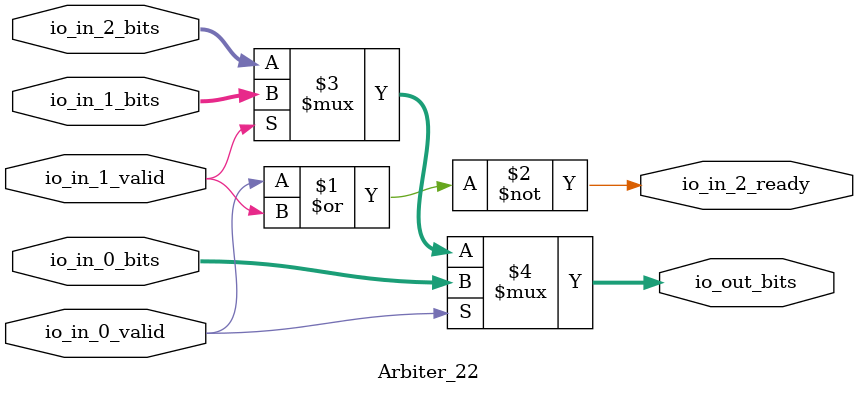
<source format=sv>
`ifndef RANDOMIZE
  `ifdef RANDOMIZE_REG_INIT
    `define RANDOMIZE
  `endif // RANDOMIZE_REG_INIT
`endif // not def RANDOMIZE
`ifndef RANDOMIZE
  `ifdef RANDOMIZE_MEM_INIT
    `define RANDOMIZE
  `endif // RANDOMIZE_MEM_INIT
`endif // not def RANDOMIZE

`ifndef RANDOM
  `define RANDOM $random
`endif // not def RANDOM

// Users can define 'PRINTF_COND' to add an extra gate to prints.
`ifndef PRINTF_COND_
  `ifdef PRINTF_COND
    `define PRINTF_COND_ (`PRINTF_COND)
  `else  // PRINTF_COND
    `define PRINTF_COND_ 1
  `endif // PRINTF_COND
`endif // not def PRINTF_COND_

// Users can define 'ASSERT_VERBOSE_COND' to add an extra gate to assert error printing.
`ifndef ASSERT_VERBOSE_COND_
  `ifdef ASSERT_VERBOSE_COND
    `define ASSERT_VERBOSE_COND_ (`ASSERT_VERBOSE_COND)
  `else  // ASSERT_VERBOSE_COND
    `define ASSERT_VERBOSE_COND_ 1
  `endif // ASSERT_VERBOSE_COND
`endif // not def ASSERT_VERBOSE_COND_

// Users can define 'STOP_COND' to add an extra gate to stop conditions.
`ifndef STOP_COND_
  `ifdef STOP_COND
    `define STOP_COND_ (`STOP_COND)
  `else  // STOP_COND
    `define STOP_COND_ 1
  `endif // STOP_COND
`endif // not def STOP_COND_

// Users can define INIT_RANDOM as general code that gets injected into the
// initializer block for modules with registers.
`ifndef INIT_RANDOM
  `define INIT_RANDOM
`endif // not def INIT_RANDOM

// If using random initialization, you can also define RANDOMIZE_DELAY to
// customize the delay used, otherwise 0.002 is used.
`ifndef RANDOMIZE_DELAY
  `define RANDOMIZE_DELAY 0.002
`endif // not def RANDOMIZE_DELAY

// Define INIT_RANDOM_PROLOG_ for use in our modules below.
`ifndef INIT_RANDOM_PROLOG_
  `ifdef RANDOMIZE
    `ifdef VERILATOR
      `define INIT_RANDOM_PROLOG_ `INIT_RANDOM
    `else  // VERILATOR
      `define INIT_RANDOM_PROLOG_ `INIT_RANDOM #`RANDOMIZE_DELAY begin end
    `endif // VERILATOR
  `else  // RANDOMIZE
    `define INIT_RANDOM_PROLOG_
  `endif // RANDOMIZE
`endif // not def INIT_RANDOM_PROLOG_

// Include register initializers in init blocks unless synthesis is set
`ifndef SYNTHESIS
  `ifndef ENABLE_INITIAL_REG_
    `define ENABLE_INITIAL_REG_
  `endif // not def ENABLE_INITIAL_REG_
`endif // not def SYNTHESIS

// Include rmemory initializers in init blocks unless synthesis is set
`ifndef SYNTHESIS
  `ifndef ENABLE_INITIAL_MEM_
    `define ENABLE_INITIAL_MEM_
  `endif // not def ENABLE_INITIAL_MEM_
`endif // not def SYNTHESIS

module Arbiter_22(
  input        io_in_0_valid,
  input  [5:0] io_in_0_bits,
  input        io_in_1_valid,
  input  [5:0] io_in_1_bits,
               io_in_2_bits,
  output       io_in_2_ready,
  output [5:0] io_out_bits
);

  assign io_in_2_ready = ~(io_in_0_valid | io_in_1_valid);	// Arbiter.scala:31:{68,78}
  assign io_out_bits =
    io_in_0_valid ? io_in_0_bits : io_in_1_valid ? io_in_1_bits : io_in_2_bits;	// Arbiter.scala:124:15, :126:27, :128:19
endmodule


</source>
